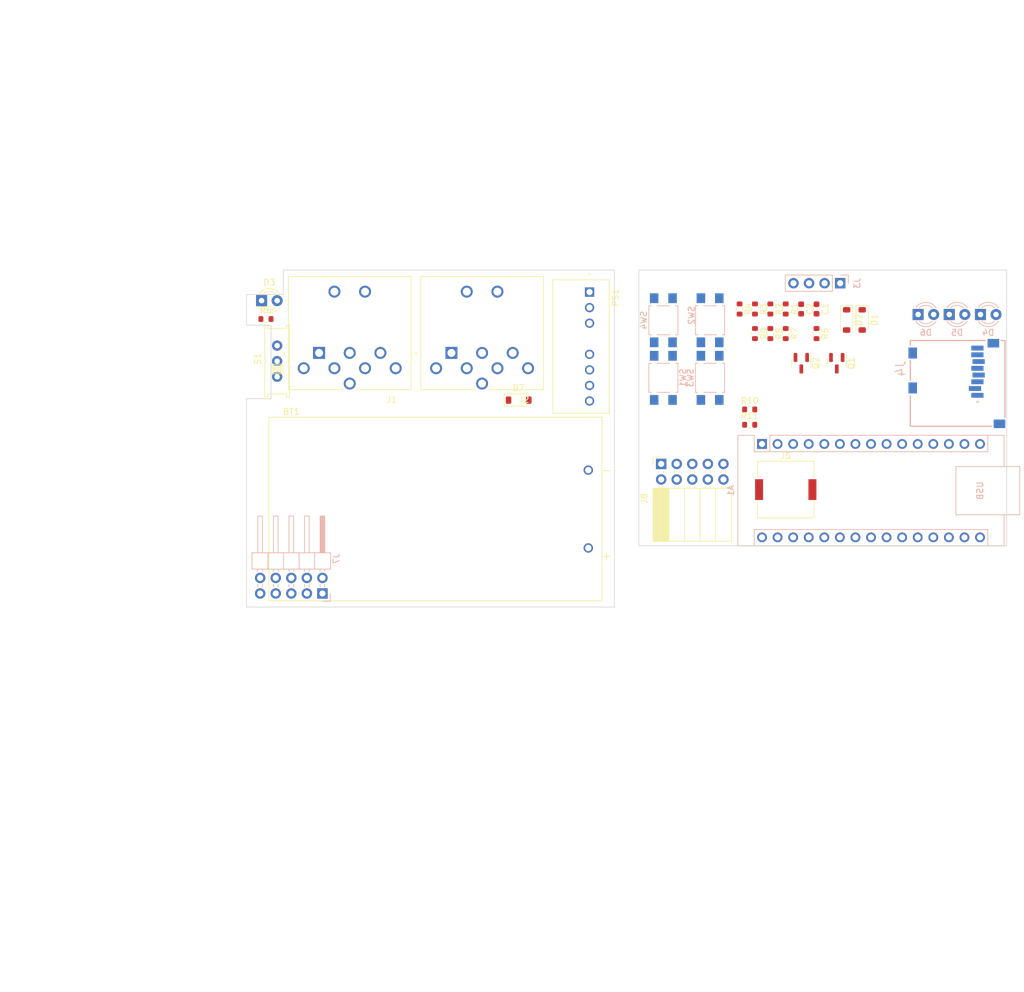
<source format=kicad_pcb>
(kicad_pcb (version 20221018) (generator pcbnew)
  (layers (0 "F.Cu" signal) (31 "B.Cu" signal) (34 "B.Paste" user) (35 "F.Paste" user) (36 "B.SilkS" user "B.Silkscreen") (37 "F.SilkS" user "F.Silkscreen") (38 "B.Mask" user) (39 "F.Mask" user) (44 "Edge.Cuts" user))
  (net 0 "")
  (net 4 "GND")
  (net 5 "/LED1")
  (net 6 "/LED2")
  (net 7 "/LED3")
  (net 8 "/BUZZER")
  (net 9 "/MOTOR")
  (net 10 "/SD_CS")
  (net 11 "/MOSI")
  (net 12 "/MISO")
  (net 13 "/SCK")
  (net 14 "+3.3V")
  (net 16 "/BATT_VOLTAGE")
  (net 17 "/Signal_1")
  (net 18 "/Signal_2")
  (net 20 "/SDA")
  (net 21 "/SCL")
  (net 22 "/BTN1")
  (net 23 "/BTN2")
  (net 24 "+5V")
  (net 26 "VDD")
  (net 27 "Net-(D7-K)")
  (net 28 "GND1")
  (net 29 "/BUZZER_P")
  (net 30 "/MOTOR_P")
  (net 31 "/PWR_LED")
  (net 32 "Net-(D4-A)")
  (net 33 "Net-(D5-A)")
  (net 34 "Net-(D6-A)")
  (net 43 "Net-(J4-DAT2)")
  (net 44 "Net-(J4-DAT1)")
  (net 47 "+BATT")
  (net 49 "-5VA")
  (net 50 "Net-(Q1-B)")
  (net 51 "Net-(Q2-B)")
  (net 53 "/Belt_1")
  (net 54 "/Belt_2")
  (net 55 "/A1")
  (net 56 "/A2")
  (net 57 "/BTN3")
  (net 59 "/BTN4")
  (net 60 "+5VA")
  (net 73 "Net-(D7-A)")
  (footprint "Connector_PinSocket_2.54mm:PinSocket_2x05_P2.54mm_Horizontal" (layer "F.Cu") (at 167.64 72.644 90)
    (fp_text reference "J8" (at -5.65 -2.77 90) (layer "F.SilkS"))
    (fp_text value "Conn_01x10_Socket")
    (pad "1" thru_hole rect (at 0 0 90) (size 1.7 1.7) (drill 1) (layers "*.Cu" "*.Mask") (net 53 "/Belt_1"))
    (pad "2" thru_hole oval (at -2.54 0 90) (size 1.7 1.7) (drill 1) (layers "*.Cu" "*.Mask") (net 54 "/Belt_2"))
    (pad "3" thru_hole oval (at 0 2.54 90) (size 1.7 1.7) (drill 1) (layers "*.Cu" "*.Mask") (net 47 "+BATT"))
    (pad "4" thru_hole oval (at -2.54 2.54 90) (size 1.7 1.7) (drill 1) (layers "*.Cu" "*.Mask") (net 28 "GND1"))
    (pad "5" thru_hole oval (at 0 5.08 90) (size 1.7 1.7) (drill 1) (layers "*.Cu" "*.Mask"))
    (pad "6" thru_hole oval (at -2.54 5.08 90) (size 1.7 1.7) (drill 1) (layers "*.Cu" "*.Mask"))
    (pad "7" thru_hole oval (at 0 7.62 90) (size 1.7 1.7) (drill 1) (layers "*.Cu" "*.Mask"))
    (pad "8" thru_hole oval (at -2.54 7.62 90) (size 1.7 1.7) (drill 1) (layers "*.Cu" "*.Mask"))
    (pad "9" thru_hole oval (at 0 10.16 90) (size 1.7 1.7) (drill 1) (layers "*.Cu" "*.Mask"))
    (pad "10" thru_hole oval (at -2.54 10.16 90) (size 1.7 1.7) (drill 1) (layers "*.Cu" "*.Mask"))
  )
  (footprint "Diode_SMD:D_SOD-123" (layer "F.Cu") (at 197.892 49.142 -90)
    (fp_text reference "D2" (at 0 -2 -270) (layer "F.SilkS"))
    (fp_text value "DIODE")
    (pad "1" smd roundrect (at -1.65 0 270) (size 0.9 1.2) (layers "F.Cu" "F.Paste" "F.Mask") (net 4 "GND"))
    (pad "2" smd roundrect (at 1.65 0 270) (size 0.9 1.2) (layers "F.Cu" "F.Paste" "F.Mask") (net 30 "/MOTOR_P"))
  )
  (footprint "Package_TO_SOT_SMD:SOT-23" (layer "F.Cu") (at 196.29 56.2125 -90)
    (fp_text reference "Q1" (at 0 -2.4 -270) (layer "F.SilkS"))
    (fp_text value "MMBT3904")
    (pad "1" smd roundrect (at -0.9375 -0.95 270) (size 1.475 0.6) (layers "F.Cu" "F.Paste" "F.Mask") (net 50 "Net-(Q1-B)"))
    (pad "2" smd roundrect (at -0.9375 0.95 270) (size 1.475 0.6) (layers "F.Cu" "F.Paste" "F.Mask") (net 29 "/BUZZER_P"))
    (pad "3" smd roundrect (at 0.9375 0 270) (size 1.475 0.6) (layers "F.Cu" "F.Paste" "F.Mask") (net 24 "+5V"))
  )
  (footprint "Resistor_SMD:R_0603_1608Metric" (layer "F.Cu") (at 187.96 47.362 -90)
    (fp_text reference "R1" (at 0 -1.43 -270) (layer "F.SilkS"))
    (fp_text value "10K")
    (pad "1" smd roundrect (at -0.825 0 270) (size 0.8 0.95) (layers "F.Cu" "F.Paste" "F.Mask") (net 8 "/BUZZER"))
    (pad "2" smd roundrect (at 0.825 0 270) (size 0.8 0.95) (layers "F.Cu" "F.Paste" "F.Mask") (net 50 "Net-(Q1-B)"))
  )
  (footprint "Resistor_SMD:R_0603_1608Metric" (layer "F.Cu") (at 182.08 63.75)
    (fp_text reference "R10" (at 0 -1.43) (layer "F.SilkS"))
    (fp_text value "10K")
    (pad "1" smd roundrect (at -0.825 0) (size 0.8 0.95) (layers "F.Cu" "F.Paste" "F.Mask") (net 26 "VDD"))
    (pad "2" smd roundrect (at 0.825 0) (size 0.8 0.95) (layers "F.Cu" "F.Paste" "F.Mask") (net 16 "/BATT_VOLTAGE"))
  )
  (footprint "LED_THT:LED_D3.0mm" (layer "F.Cu") (at 102.46 46)
    (fp_text reference "D3" (at 1.27 -2.96) (layer "F.SilkS"))
    (fp_text value "LED")
    (pad "1" thru_hole rect (at 0 0) (size 1.8 1.8) (drill 0.9) (layers "*.Cu" "*.Mask") (net 28 "GND1"))
    (pad "2" thru_hole circle (at 2.54 0) (size 1.8 1.8) (drill 0.9) (layers "*.Cu" "*.Mask") (net 31 "/PWR_LED"))
  )
  (footprint "Capacitor_SMD:C_0603_1608Metric" (layer "F.Cu") (at 192.98 47.362 -90)
    (fp_text reference "C1" (at 0 -1.43 -270) (layer "F.SilkS"))
    (fp_text value "10uF")
    (pad "1" smd roundrect (at -0.775 0 270) (size 0.9 0.95) (layers "F.Cu" "F.Paste" "F.Mask") (net 29 "/BUZZER_P"))
    (pad "2" smd roundrect (at 0.775 0 270) (size 0.9 0.95) (layers "F.Cu" "F.Paste" "F.Mask") (net 4 "GND"))
  )
  (footprint "CentureResp:BAT_BH9VPC" (layer "F.Cu") (at 130.81 80.01)
    (fp_text reference "BT1" (at -23.495 -15.875) (layer "F.SilkS"))
    (fp_text value "BH9VPC")
    (fp_text user "+" (at 27.94 7.62) (layer "F.SilkS") (effects (font (size 1.4 1.4))))
    (fp_text user "-" (at 27.94 -6.35) (layer "F.SilkS") (effects (font (size 1.4 1.4))))
    (pad "" np_thru_hole circle (at -13.625 -11.09) (size 2.29 2.29) (drill 2.29) (layers "*.Cu" "*.Mask"))
    (pad "" np_thru_hole circle (at -0.135 11.26) (size 2.29 2.29) (drill 2.29) (layers "*.Cu" "*.Mask"))
    (pad "" np_thru_hole circle (at 13.345 -11.09) (size 2.29 2.29) (drill 2.29) (layers "*.Cu" "*.Mask"))
    (pad "+" thru_hole circle (at 24.945 6.35) (size 1.524 1.524) (drill 1.016) (layers "*.Cu" "*.Mask") (net 73 "Net-(D7-A)"))
    (pad "-" thru_hole circle (at 24.945 -6.35) (size 1.524 1.524) (drill 1.016) (layers "*.Cu" "*.Mask") (net 28 "GND1"))
  )
  (footprint "Resistor_SMD:R_0603_1608Metric" (layer "F.Cu") (at 182.08 66.26)
    (fp_text reference "R11" (at 0 -1.43) (layer "F.SilkS"))
    (fp_text value "1K")
    (pad "1" smd roundrect (at -0.825 0) (size 0.8 0.95) (layers "F.Cu" "F.Paste" "F.Mask") (net 16 "/BATT_VOLTAGE"))
    (pad "2" smd roundrect (at 0.825 0) (size 0.8 0.95) (layers "F.Cu" "F.Paste" "F.Mask") (net 4 "GND"))
  )
  (footprint "CentureResp:EG1218" (layer "F.Cu") (at 105 55.88 90)
    (fp_text reference "S1" (at 0.381 -3.175 90) (layer "F.SilkS"))
    (fp_text value "EG1218")
    (pad "O" thru_hole circle (at -2.54 0 90) (size 1.6764 1.6764) (drill 0.9) (layers "*.Cu" "*.Mask"))
    (pad "P" thru_hole circle (at 0 0 90) (size 1.6764 1.6764) (drill 0.9) (layers "*.Cu" "*.Mask") (net 47 "+BATT"))
    (pad "S" thru_hole circle (at 2.54 0 90) (size 1.6764 1.6764) (drill 0.9) (layers "*.Cu" "*.Mask") (net 27 "Net-(D7-K)"))
  )
  (footprint "Diode_SMD:D_SOD-123" (layer "F.Cu") (at 144.4 62.23)
    (fp_text reference "D7" (at 0 -2) (layer "F.SilkS"))
    (fp_text value "D_Schottky")
    (pad "1" smd roundrect (at -1.65 0) (size 0.9 1.2) (layers "F.Cu" "F.Paste" "F.Mask") (net 27 "Net-(D7-K)"))
    (pad "2" smd roundrect (at 1.65 0) (size 0.9 1.2) (layers "F.Cu" "F.Paste" "F.Mask") (net 73 "Net-(D7-A)"))
  )
  (footprint "CentureResp:CONV_RS3-0505D" (layer "F.Cu") (at 154.559 53.4985 -90)
    (fp_text reference "PS1" (at -7.975 -5.635 -90) (layer "F.SilkS"))
    (fp_text value "RS3-0505D")
    (pad "1" thru_hole rect (at -8.9 -1.4 270) (size 1.508 1.508) (drill 1) (layers "*.Cu" "*.Mask") (net 28 "GND1"))
    (pad "2" thru_hole circle (at -6.36 -1.4 270) (size 1.508 1.508) (drill 1) (layers "*.Cu" "*.Mask") (net 47 "+BATT"))
    (pad "3" thru_hole circle (at -3.82 -1.4 270) (size 1.508 1.508) (drill 1) (layers "*.Cu" "*.Mask") (net 28 "GND1"))
    (pad "5" thru_hole circle (at 1.26 -1.4 270) (size 1.508 1.508) (drill 1) (layers "*.Cu" "*.Mask"))
    (pad "6" thru_hole circle (at 3.8 -1.4 270) (size 1.508 1.508) (drill 1) (layers "*.Cu" "*.Mask") (net 60 "+5VA"))
    (pad "7" thru_hole circle (at 6.34 -1.4 270) (size 1.508 1.508) (drill 1) (layers "*.Cu" "*.Mask") (net 28 "GND1"))
    (pad "8" thru_hole circle (at 8.88 -1.4 270) (size 1.508 1.508) (drill 1) (layers "*.Cu" "*.Mask") (net 49 "-5VA"))
  )
  (footprint "Buzzer_Beeper:Buzzer_Murata_PKMCS0909E" (layer "F.Cu") (at 187.96 76.835)
    (fp_text reference "J5" (at 0 -5.5) (layer "F.SilkS"))
    (fp_text value "Conn_01x02")
    (pad "1" smd rect (at -4.35 0) (size 1.3 3.4) (layers "F.Cu" "F.Paste" "F.Mask") (net 29 "/BUZZER_P"))
    (pad "2" smd rect (at 4.35 0) (size 1.3 3.4) (layers "F.Cu" "F.Paste" "F.Mask") (net 4 "GND"))
  )
  (footprint "Resistor_SMD:R_0603_1608Metric" (layer "F.Cu") (at 182.94 51.372 -90)
    (fp_text reference "R9" (at 0 -1.43 -270) (layer "F.SilkS"))
    (fp_text value "1K")
    (pad "1" smd roundrect (at -0.825 0 270) (size 0.8 0.95) (layers "F.Cu" "F.Paste" "F.Mask") (net 34 "Net-(D6-A)"))
    (pad "2" smd roundrect (at 0.825 0 270) (size 0.8 0.95) (layers "F.Cu" "F.Paste" "F.Mask") (net 7 "/LED3"))
  )
  (footprint "CentureResp:CUI_SDS-80J" (layer "F.Cu") (at 116.84 49.53 180)
    (fp_text reference "J1" (at -6.825 -12.635) (layer "F.SilkS"))
    (fp_text value "DIN-8")
    (pad "" np_thru_hole circle (at -7.5 0 180) (size 2.4 2.4) (drill 2.4) (layers "*.Cu" "*.Mask"))
    (pad "" np_thru_hole circle (at 7.5 0 180) (size 2.4 2.4) (drill 2.4) (layers "*.Cu" "*.Mask"))
    (pad "1" thru_hole rect (at 5 -5 180) (size 1.95 1.95) (drill 1.3) (layers "*.Cu" "*.Mask") (net 60 "+5VA"))
    (pad "2" thru_hole circle (at 0 -5 180) (size 1.95 1.95) (drill 1.3) (layers "*.Cu" "*.Mask"))
    (pad "3" thru_hole circle (at -5 -5 180) (size 1.95 1.95) (drill 1.3) (layers "*.Cu" "*.Mask") (net 53 "/Belt_1"))
    (pad "4" thru_hole circle (at 2.5 -7.5 180) (size 1.95 1.95) (drill 1.3) (layers "*.Cu" "*.Mask") (net 49 "-5VA"))
    (pad "5" thru_hole circle (at -2.5 -7.5 180) (size 1.95 1.95) (drill 1.3) (layers "*.Cu" "*.Mask"))
    (pad "6" thru_hole circle (at 7.5 -7.5 180) (size 1.95 1.95) (drill 1.3) (layers "*.Cu" "*.Mask"))
    (pad "7" thru_hole circle (at -7.5 -7.5 180) (size 1.95 1.95) (drill 1.3) (layers "*.Cu" "*.Mask") (net 28 "GND1"))
    (pad "7" thru_hole circle (at -2.5 5 180) (size 1.95 1.95) (drill 1.3) (layers "*.Cu" "*.Mask") (net 28 "GND1"))
    (pad "7" thru_hole circle (at 2.5 5 180) (size 1.95 1.95) (drill 1.3) (layers "*.Cu" "*.Mask") (net 28 "GND1"))
    (pad "8" thru_hole circle (at 0 -10 180) (size 1.95 1.95) (drill 1.3) (layers "*.Cu" "*.Mask"))
  )
  (footprint "Resistor_SMD:R_0603_1608Metric" (layer "F.Cu") (at 185.45 51.372 -90)
    (fp_text reference "R8" (at 0 -1.43 -270) (layer "F.SilkS"))
    (fp_text value "1K")
    (pad "1" smd roundrect (at -0.825 0 270) (size 0.8 0.95) (layers "F.Cu" "F.Paste" "F.Mask") (net 33 "Net-(D5-A)"))
    (pad "2" smd roundrect (at 0.825 0 270) (size 0.8 0.95) (layers "F.Cu" "F.Paste" "F.Mask") (net 6 "/LED2"))
  )
  (footprint "CentureResp:CUI_SDS-80J" (layer "F.Cu") (at 138.43 49.53 180)
    (fp_text reference "J2" (at -6.825 -12.635) (layer "F.SilkS"))
    (fp_text value "DIN-8")
    (pad "" np_thru_hole circle (at -7.5 0 180) (size 2.4 2.4) (drill 2.4) (layers "*.Cu" "*.Mask"))
    (pad "" np_thru_hole circle (at 7.5 0 180) (size 2.4 2.4) (drill 2.4) (layers "*.Cu" "*.Mask"))
    (pad "1" thru_hole rect (at 5 -5 180) (size 1.95 1.95) (drill 1.3) (layers "*.Cu" "*.Mask") (net 60 "+5VA"))
    (pad "2" thru_hole circle (at 0 -5 180) (size 1.95 1.95) (drill 1.3) (layers "*.Cu" "*.Mask"))
    (pad "3" thru_hole circle (at -5 -5 180) (size 1.95 1.95) (drill 1.3) (layers "*.Cu" "*.Mask") (net 54 "/Belt_2"))
    (pad "4" thru_hole circle (at 2.5 -7.5 180) (size 1.95 1.95) (drill 1.3) (layers "*.Cu" "*.Mask") (net 49 "-5VA"))
    (pad "5" thru_hole circle (at -2.5 -7.5 180) (size 1.95 1.95) (drill 1.3) (layers "*.Cu" "*.Mask"))
    (pad "6" thru_hole circle (at 7.5 -7.5 180) (size 1.95 1.95) (drill 1.3) (layers "*.Cu" "*.Mask"))
    (pad "7" thru_hole circle (at -7.5 -7.5 180) (size 1.95 1.95) (drill 1.3) (layers "*.Cu" "*.Mask") (net 28 "GND1"))
    (pad "7" thru_hole circle (at -2.5 5 180) (size 1.95 1.95) (drill 1.3) (layers "*.Cu" "*.Mask") (net 28 "GND1"))
    (pad "7" thru_hole circle (at 2.5 5 180) (size 1.95 1.95) (drill 1.3) (layers "*.Cu" "*.Mask") (net 28 "GND1"))
    (pad "8" thru_hole circle (at 0 -10 180) (size 1.95 1.95) (drill 1.3) (layers "*.Cu" "*.Mask"))
  )
  (footprint "Resistor_SMD:R_0603_1608Metric" (layer "F.Cu") (at 192.98 51.372 -90)
    (fp_text reference "R5" (at 0 -1.43 -270) (layer "F.SilkS"))
    (fp_text value "10K")
    (pad "1" smd roundrect (at -0.825 0 270) (size 0.8 0.95) (layers "F.Cu" "F.Paste" "F.Mask") (net 14 "+3.3V"))
    (pad "2" smd roundrect (at 0.825 0 270) (size 0.8 0.95) (layers "F.Cu" "F.Paste" "F.Mask") (net 44 "Net-(J4-DAT1)"))
  )
  (footprint "Package_TO_SOT_SMD:SOT-23" (layer "F.Cu") (at 190.5 56.2125 -90)
    (fp_text reference "Q2" (at 0 -2.4 -270) (layer "F.SilkS"))
    (fp_text value "MMBT3904")
    (pad "1" smd roundrect (at -0.9375 -0.95 270) (size 1.475 0.6) (layers "F.Cu" "F.Paste" "F.Mask") (net 51 "Net-(Q2-B)"))
    (pad "2" smd roundrect (at -0.9375 0.95 270) (size 1.475 0.6) (layers "F.Cu" "F.Paste" "F.Mask") (net 30 "/MOTOR_P"))
    (pad "3" smd roundrect (at 0.9375 0 270) (size 1.475 0.6) (layers "F.Cu" "F.Paste" "F.Mask") (net 24 "+5V"))
  )
  (footprint "Resistor_SMD:R_0603_1608Metric" (layer "F.Cu") (at 187.96 51.372 -90)
    (fp_text reference "R7" (at 0 -1.43 -270) (layer "F.SilkS"))
    (fp_text value "1K")
    (pad "1" smd roundrect (at -0.825 0 270) (size 0.8 0.95) (layers "F.Cu" "F.Paste" "F.Mask") (net 32 "Net-(D4-A)"))
    (pad "2" smd roundrect (at 0.825 0 270) (size 0.8 0.95) (layers "F.Cu" "F.Paste" "F.Mask") (net 5 "/LED1"))
  )
  (footprint "Resistor_SMD:R_0603_1608Metric" (layer "F.Cu") (at 182.94 47.362 -90)
    (fp_text reference "R3" (at 0 -1.43 -270) (layer "F.SilkS"))
    (fp_text value "10K")
    (pad "1" smd roundrect (at -0.825 0 270) (size 0.8 0.95) (layers "F.Cu" "F.Paste" "F.Mask") (net 14 "+3.3V"))
    (pad "2" smd roundrect (at 0.825 0 270) (size 0.8 0.95) (layers "F.Cu" "F.Paste" "F.Mask") (net 10 "/SD_CS"))
  )
  (footprint "Capacitor_SMD:C_0603_1608Metric" (layer "F.Cu") (at 190.47 47.362 -90)
    (fp_text reference "C2" (at 0 -1.43 -270) (layer "F.SilkS"))
    (fp_text value "10uF")
    (pad "1" smd roundrect (at -0.775 0 270) (size 0.9 0.95) (layers "F.Cu" "F.Paste" "F.Mask") (net 30 "/MOTOR_P"))
    (pad "2" smd roundrect (at 0.775 0 270) (size 0.9 0.95) (layers "F.Cu" "F.Paste" "F.Mask") (net 4 "GND"))
  )
  (footprint "Resistor_SMD:R_0603_1608Metric" (layer "F.Cu") (at 103.175 49)
    (fp_text reference "R6" (at 0 -1.43) (layer "F.SilkS"))
    (fp_text value "1K")
    (pad "1" smd roundrect (at -0.825 0) (size 0.8 0.95) (layers "F.Cu" "F.Paste" "F.Mask") (net 31 "/PWR_LED"))
    (pad "2" smd roundrect (at 0.825 0) (size 0.8 0.95) (layers "F.Cu" "F.Paste" "F.Mask") (net 60 "+5VA"))
  )
  (footprint "Resistor_SMD:R_0603_1608Metric" (layer "F.Cu") (at 185.45 47.362 -90)
    (fp_text reference "R2" (at 0 -1.43 -270) (layer "F.SilkS"))
    (fp_text value "10K")
    (pad "1" smd roundrect (at -0.825 0 270) (size 0.8 0.95) (layers "F.Cu" "F.Paste" "F.Mask") (net 9 "/MOTOR"))
    (pad "2" smd roundrect (at 0.825 0 270) (size 0.8 0.95) (layers "F.Cu" "F.Paste" "F.Mask") (net 51 "Net-(Q2-B)"))
  )
  (footprint "Diode_SMD:D_SOD-123" (layer "F.Cu") (at 200.432 49.142 -90)
    (fp_text reference "D1" (at 0 -2 -270) (layer "F.SilkS"))
    (fp_text value "DIODE")
    (pad "1" smd roundrect (at -1.65 0 270) (size 0.9 1.2) (layers "F.Cu" "F.Paste" "F.Mask") (net 4 "GND"))
    (pad "2" smd roundrect (at 1.65 0 270) (size 0.9 1.2) (layers "F.Cu" "F.Paste" "F.Mask") (net 29 "/BUZZER_P"))
  )
  (footprint "Resistor_SMD:R_0603_1608Metric" (layer "F.Cu") (at 180.43 47.362 -90)
    (fp_text reference "R4" (at 0 -1.43 -270) (layer "F.SilkS"))
    (fp_text value "10K")
    (pad "1" smd roundrect (at -0.825 0 270) (size 0.8 0.95) (layers "F.Cu" "F.Paste" "F.Mask") (net 14 "+3.3V"))
    (pad "2" smd roundrect (at 0.825 0 270) (size 0.8 0.95) (layers "F.Cu" "F.Paste" "F.Mask") (net 43 "Net-(J4-DAT2)"))
  )
  (footprint "LED_THT:LED_D3.0mm" (layer "B.Cu") (at 214.63 48.26)
    (fp_text reference "D5" (at 1.27 2.96) (layer "B.SilkS") (effects (justify mirror)))
    (fp_text value "ORANGE")
    (pad "1" thru_hole rect (at 0 0) (size 1.8 1.8) (drill 0.9) (layers "*.Cu" "*.Mask") (net 4 "GND"))
    (pad "2" thru_hole circle (at 2.54 0) (size 1.8 1.8) (drill 0.9) (layers "*.Cu" "*.Mask") (net 33 "Net-(D5-A)"))
  )
  (footprint "Connector_PinSocket_2.54mm:PinSocket_1x04_P2.54mm_Vertical" (layer "B.Cu") (at 196.84 43.155 90)
    (fp_text reference "J3" (at 0 2.77 90) (layer "B.SilkS") (effects (justify mirror)))
    (fp_text value "Conn_01x04")
    (pad "1" thru_hole rect (at 0 0 90) (size 1.7 1.7) (drill 1) (layers "*.Cu" "*.Mask") (net 4 "GND"))
    (pad "2" thru_hole oval (at 0 -2.54 90) (size 1.7 1.7) (drill 1) (layers "*.Cu" "*.Mask") (net 14 "+3.3V"))
    (pad "3" thru_hole oval (at 0 -5.08 90) (size 1.7 1.7) (drill 1) (layers "*.Cu" "*.Mask") (net 21 "/SCL"))
    (pad "4" thru_hole oval (at 0 -7.62 90) (size 1.7 1.7) (drill 1) (layers "*.Cu" "*.Mask") (net 20 "/SDA"))
  )
  (footprint "LED_THT:LED_D3.0mm" (layer "B.Cu") (at 219.725 48.26)
    (fp_text reference "D4" (at 1.27 2.96) (layer "B.SilkS") (effects (justify mirror)))
    (fp_text value "RED")
    (pad "1" thru_hole rect (at 0 0) (size 1.8 1.8) (drill 0.9) (layers "*.Cu" "*.Mask") (net 4 "GND"))
    (pad "2" thru_hole circle (at 2.54 0) (size 1.8 1.8) (drill 0.9) (layers "*.Cu" "*.Mask") (net 32 "Net-(D4-A)"))
  )
  (footprint "Button_Switch_SMD:SW_SPST_TL3305B" (layer "B.Cu") (at 168 49.202 -90)
    (fp_text reference "SW4" (at 0 3.2 -270) (layer "B.SilkS") (effects (justify mirror)))
    (fp_text value "SW_Push")
    (pad "1" smd rect (at -3.6 1.5 270) (size 1.6 1.4) (layers "B.Cu" "B.Paste" "B.Mask") (net 59 "/BTN4"))
    (pad "1" smd rect (at 3.6 1.5 270) (size 1.6 1.4) (layers "B.Cu" "B.Paste" "B.Mask") (net 59 "/BTN4"))
    (pad "2" smd rect (at -3.6 -1.5 270) (size 1.6 1.4) (layers "B.Cu" "B.Paste" "B.Mask") (net 4 "GND"))
    (pad "2" smd rect (at 3.6 -1.5 270) (size 1.6 1.4) (layers "B.Cu" "B.Paste" "B.Mask") (net 4 "GND"))
  )
  (footprint "CentureResp:GCT_MEM2061-01-188-00-A_REVA" (layer "B.Cu") (at 216 59.5 -90)
    (fp_text reference "J4" (at -2.42133 9.32106 90) (layer "B.SilkS") (effects (font (size 1.600866 1.600866)) (justify mirror)))
    (fp_text value "MEM2061-01-188-00-A_REVA")
    (pad "1" smd rect (at 1.94 -3.225 270) (size 0.8 2) (layers "B.Cu" "B.Paste" "B.Mask") (net 43 "Net-(J4-DAT2)"))
    (pad "2" smd rect (at 0.84 -2.825 270) (size 0.8 2) (layers "B.Cu" "B.Paste" "B.Mask") (net 10 "/SD_CS"))
    (pad "3" smd rect (at -0.26 -3.225 270) (size 0.8 2) (layers "B.Cu" "B.Paste" "B.Mask") (net 11 "/MOSI"))
    (pad "4" smd rect (at -1.36 -3.425 270) (size 0.8 2) (layers "B.Cu" "B.Paste" "B.Mask") (net 14 "+3.3V"))
    (pad "5" smd rect (at -2.46 -3.225 270) (size 0.8 2) (layers "B.Cu" "B.Paste" "B.Mask") (net 13 "/SCK"))
    (pad "6" smd rect (at -3.56 -3.425 270) (size 0.8 2) (layers "B.Cu" "B.Paste" "B.Mask") (net 4 "GND"))
    (pad "7" smd rect (at -4.66 -3.225 270) (size 0.8 2) (layers "B.Cu" "B.Paste" "B.Mask") (net 12 "/MISO"))
    (pad "8" smd rect (at -5.76 -3.225 270) (size 0.8 2) (layers "B.Cu" "B.Paste" "B.Mask") (net 44 "Net-(J4-DAT1)"))
    (pad "9" smd rect (at -4.95 7.325 270) (size 1.8 1.4) (layers "B.Cu" "B.Paste" "B.Mask"))
    (pad "10" smd rect (at 0.75 7.325 270) (size 1.8 1.4) (layers "B.Cu" "B.Paste" "B.Mask"))
    (pad "11" smd rect (at -6.55 -5.825 270) (size 1.4 1.9) (layers "B.Cu" "B.Paste" "B.Mask") (net 4 "GND"))
    (pad "12" smd rect (at 6.6 -6.825 270) (size 1.4 1.9) (layers "B.Cu" "B.Paste" "B.Mask") (net 4 "GND"))
  )
  (footprint "Button_Switch_SMD:SW_SPST_TL3305B" (layer "B.Cu") (at 175.62 49.202 -90)
    (fp_text reference "SW2" (at -0.806 3.024 -270) (layer "B.SilkS") (effects (justify mirror)))
    (fp_text value "SW_Push")
    (pad "1" smd rect (at -3.6 1.5 270) (size 1.6 1.4) (layers "B.Cu" "B.Paste" "B.Mask") (net 22 "/BTN1"))
    (pad "1" smd rect (at 3.6 1.5 270) (size 1.6 1.4) (layers "B.Cu" "B.Paste" "B.Mask") (net 22 "/BTN1"))
    (pad "2" smd rect (at -3.6 -1.5 270) (size 1.6 1.4) (layers "B.Cu" "B.Paste" "B.Mask") (net 4 "GND"))
    (pad "2" smd rect (at 3.6 -1.5 270) (size 1.6 1.4) (layers "B.Cu" "B.Paste" "B.Mask") (net 4 "GND"))
  )
  (footprint "Connector_PinHeader_2.54mm:PinHeader_2x05_P2.54mm_Horizontal" (layer "B.Cu") (at 112.39 93.788 90)
    (fp_text reference "J7" (at 5.655 2.27 90) (layer "B.SilkS") (effects (justify mirror)))
    (fp_text value "Conn_01x10_Pin")
    (pad "1" thru_hole rect (at 0 0 90) (size 1.7 1.7) (drill 1) (layers "*.Cu" "*.Mask") (net 55 "/A1"))
    (pad "2" thru_hole oval (at 2.54 0 90) (size 1.7 1.7) (drill 1) (layers "*.Cu" "*.Mask") (net 56 "/A2"))
    (pad "3" thru_hole oval (at 0 -2.54 90) (size 1.7 1.7) (drill 1) (layers "*.Cu" "*.Mask") (net 26 "VDD"))
    (pad "4" thru_hole oval (at 2.54 -2.54 90) (size 1.7 1.7) (drill 1) (layers "*.Cu" "*.Mask") (net 4 "GND"))
    (pad "5" thru_hole oval (at 0 -5.08 90) (size 1.7 1.7) (drill 1) (layers "*.Cu" "*.Mask"))
    (pad "6" thru_hole oval (at 2.54 -5.08 90) (size 1.7 1.7) (drill 1) (layers "*.Cu" "*.Mask"))
    (pad "7" thru_hole oval (at 0 -7.62 90) (size 1.7 1.7) (drill 1) (layers "*.Cu" "*.Mask"))
    (pad "8" thru_hole oval (at 2.54 -7.62 90) (size 1.7 1.7) (drill 1) (layers "*.Cu" "*.Mask"))
    (pad "9" thru_hole oval (at 0 -10.16 90) (size 1.7 1.7) (drill 1) (layers "*.Cu" "*.Mask"))
    (pad "10" thru_hole oval (at 2.54 -10.16 90) (size 1.7 1.7) (drill 1) (layers "*.Cu" "*.Mask"))
  )
  (footprint "Button_Switch_SMD:SW_SPST_TL3305B" (layer "B.Cu") (at 175.62 58.6 -90)
    (fp_text reference "SW3" (at 0 3.2 90) (layer "B.SilkS") (effects (justify mirror)))
    (fp_text value "SW_Push")
    (pad "1" smd rect (at -3.6 1.5 270) (size 1.6 1.4) (layers "B.Cu" "B.Paste" "B.Mask") (net 23 "/BTN2"))
    (pad "1" smd rect (at 3.6 1.5 270) (size 1.6 1.4) (layers "B.Cu" "B.Paste" "B.Mask") (net 23 "/BTN2"))
    (pad "2" smd rect (at -3.6 -1.5 270) (size 1.6 1.4) (layers "B.Cu" "B.Paste" "B.Mask") (net 4 "GND"))
    (pad "2" smd rect (at 3.6 -1.5 270) (size 1.6 1.4) (layers "B.Cu" "B.Paste" "B.Mask") (net 4 "GND"))
  )
  (footprint "Module:Arduino_Nano" (layer "B.Cu") (at 184.09 69.39 -90)
    (fp_text reference "A1" (at 7.62 5.08 90) (layer "B.SilkS") (effects (justify mirror)))
    (fp_text value "Arduino_Nano_v3.x")
    (fp_text user "USB" (at 7.62 -35.56 90 unlocked) (layer "B.SilkS") (effects (justify mirror)))
    (pad "1" thru_hole rect (at 0 0 270) (size 1.6 1.6) (drill 1) (layers "*.Cu" "*.Mask"))
    (pad "2" thru_hole oval (at 0 -2.54 270) (size 1.6 1.6) (drill 1) (layers "*.Cu" "*.Mask"))
    (pad "3" thru_hole oval (at 0 -5.08 270) (size 1.6 1.6) (drill 1) (layers "*.Cu" "*.Mask"))
    (pad "4" thru_hole oval (at 0 -7.62 270) (size 1.6 1.6) (drill 1) (layers "*.Cu" "*.Mask") (net 4 "GND"))
    (pad "5" thru_hole oval (at 0 -10.16 270) (size 1.6 1.6) (drill 1) (layers "*.Cu" "*.Mask") (net 5 "/LED1"))
    (pad "6" thru_hole oval (at 0 -12.7 270) (size 1.6 1.6) (drill 1) (layers "*.Cu" "*.Mask") (net 6 "/LED2"))
    (pad "7" thru_hole oval (at 0 -15.24 270) (size 1.6 1.6) (drill 1) (layers "*.Cu" "*.Mask") (net 7 "/LED3"))
    (pad "8" thru_hole oval (at 0 -17.78 270) (size 1.6 1.6) (drill 1) (layers "*.Cu" "*.Mask") (net 8 "/BUZZER"))
    (pad "9" thru_hole oval (at 0 -20.32 270) (size 1.6 1.6) (drill 1) (layers "*.Cu" "*.Mask") (net 9 "/MOTOR"))
    (pad "10" thru_hole oval (at 0 -22.86 270) (size 1.6 1.6) (drill 1) (layers "*.Cu" "*.Mask"))
    (pad "11" thru_hole oval (at 0 -25.4 270) (size 1.6 1.6) (drill 1) (layers "*.Cu" "*.Mask") (net 57 "/BTN3"))
    (pad "12" thru_hole oval (at 0 -27.94 270) (size 1.6 1.6) (drill 1) (layers "*.Cu" "*.Mask") (net 59 "/BTN4"))
    (pad "13" thru_hole oval (at 0 -30.48 270) (size 1.6 1.6) (drill 1) (layers "*.Cu" "*.Mask") (net 10 "/SD_CS"))
    (pad "14" thru_hole oval (at 0 -33.02 270) (size 1.6 1.6) (drill 1) (layers "*.Cu" "*.Mask") (net 11 "/MOSI"))
    (pad "15" thru_hole oval (at 0 -35.56 270) (size 1.6 1.6) (drill 1) (layers "*.Cu" "*.Mask") (net 12 "/MISO"))
    (pad "16" thru_hole oval (at 15.24 -35.56 270) (size 1.6 1.6) (drill 1) (layers "*.Cu" "*.Mask") (net 13 "/SCK"))
    (pad "17" thru_hole oval (at 15.24 -33.02 270) (size 1.6 1.6) (drill 1) (layers "*.Cu" "*.Mask") (net 14 "+3.3V"))
    (pad "18" thru_hole oval (at 15.24 -30.48 270) (size 1.6 1.6) (drill 1) (layers "*.Cu" "*.Mask"))
    (pad "19" thru_hole oval (at 15.24 -27.94 270) (size 1.6 1.6) (drill 1) (layers "*.Cu" "*.Mask") (net 16 "/BATT_VOLTAGE"))
    (pad "20" thru_hole oval (at 15.24 -25.4 270) (size 1.6 1.6) (drill 1) (layers "*.Cu" "*.Mask") (net 17 "/Signal_1"))
    (pad "21" thru_hole oval (at 15.24 -22.86 270) (size 1.6 1.6) (drill 1) (layers "*.Cu" "*.Mask") (net 18 "/Signal_2"))
    (pad "22" thru_hole oval (at 15.24 -20.32 270) (size 1.6 1.6) (drill 1) (layers "*.Cu" "*.Mask"))
    (pad "23" thru_hole oval (at 15.24 -17.78 270) (size 1.6 1.6) (drill 1) (layers "*.Cu" "*.Mask") (net 20 "/SDA"))
    (pad "24" thru_hole oval (at 15.24 -15.24 270) (size 1.6 1.6) (drill 1) (layers "*.Cu" "*.Mask") (net 21 "/SCL"))
    (pad "25" thru_hole oval (at 15.24 -12.7 270) (size 1.6 1.6) (drill 1) (layers "*.Cu" "*.Mask") (net 22 "/BTN1"))
    (pad "26" thru_hole oval (at 15.24 -10.16 270) (size 1.6 1.6) (drill 1) (layers "*.Cu" "*.Mask") (net 23 "/BTN2"))
    (pad "27" thru_hole oval (at 15.24 -7.62 270) (size 1.6 1.6) (drill 1) (layers "*.Cu" "*.Mask") (net 24 "+5V"))
    (pad "28" thru_hole oval (at 15.24 -5.08 270) (size 1.6 1.6) (drill 1) (layers "*.Cu" "*.Mask"))
    (pad "29" thru_hole oval (at 15.24 -2.54 270) (size 1.6 1.6) (drill 1) (layers "*.Cu" "*.Mask") (net 4 "GND"))
    (pad "30" thru_hole oval (at 15.24 0 270) (size 1.6 1.6) (drill 1) (layers "*.Cu" "*.Mask") (net 26 "VDD"))
  )
  (footprint "Button_Switch_SMD:SW_SPST_TL3305B" (layer "B.Cu") (at 168 58.6 90)
    (fp_text reference "SW1" (at 0 3.2 90) (layer "B.SilkS") (effects (justify mirror)))
    (fp_text value "SW_Push")
    (pad "1" smd rect (at -3.6 1.5 90) (size 1.6 1.4) (layers "B.Cu" "B.Paste" "B.Mask") (net 57 "/BTN3"))
    (pad "1" smd rect (at 3.6 1.5 90) (size 1.6 1.4) (layers "B.Cu" "B.Paste" "B.Mask") (net 57 "/BTN3"))
    (pad "2" smd rect (at -3.6 -1.5 90) (size 1.6 1.4) (layers "B.Cu" "B.Paste" "B.Mask") (net 4 "GND"))
    (pad "2" smd rect (at 3.6 -1.5 90) (size 1.6 1.4) (layers "B.Cu" "B.Paste" "B.Mask") (net 4 "GND"))
  )
  (footprint "LED_THT:LED_D3.0mm" (layer "B.Cu") (at 209.55 48.26)
    (fp_text reference "D6" (at 1.27 2.96) (layer "B.SilkS") (effects (justify mirror)))
    (fp_text value "GREEN")
    (pad "1" thru_hole rect (at 0 0) (size 1.8 1.8) (drill 0.9) (layers "*.Cu" "*.Mask") (net 4 "GND"))
    (pad "2" thru_hole circle (at 2.54 0) (size 1.8 1.8) (drill 0.9) (layers "*.Cu" "*.Mask") (net 34 "Net-(D6-A)"))
  )
  (gr_line (start 104 62) (end 100 62) (stroke (width 0.1)) (layer "Edge.Cuts"))
  (gr_line (start 106 41) (end 106 45) (stroke (width 0.1)) (layer "Edge.Cuts"))
  (gr_line (start 104 50) (end 104 62) (stroke (width 0.1)) (layer "Edge.Cuts"))
  (gr_line (start 160 96) (end 100 96) (stroke (width 0.1)) (layer "Edge.Cuts"))
  (gr_line (start 100 50) (end 100 45) (stroke (width 0.1)) (layer "Edge.Cuts"))
  (gr_line (start 106 41) (end 160 41) (stroke (width 0.1)) (layer "Edge.Cuts"))
  (gr_line (start 100 96) (end 100 62) (stroke (width 0.1)) (layer "Edge.Cuts"))
  (gr_line (start 106 45) (end 100 45) (stroke (width 0.1)) (layer "Edge.Cuts"))
  (gr_line (start 100 50) (end 104 50) (stroke (width 0.1)) (layer "Edge.Cuts"))
  (gr_line (start 160 41) (end 160 96) (stroke (width 0.1)) (layer "Edge.Cuts"))
  (gr_rect (start 164 41) (end 224 86) (stroke (width 0.1)) (fill none) (layer "Edge.Cuts"))
)
</source>
